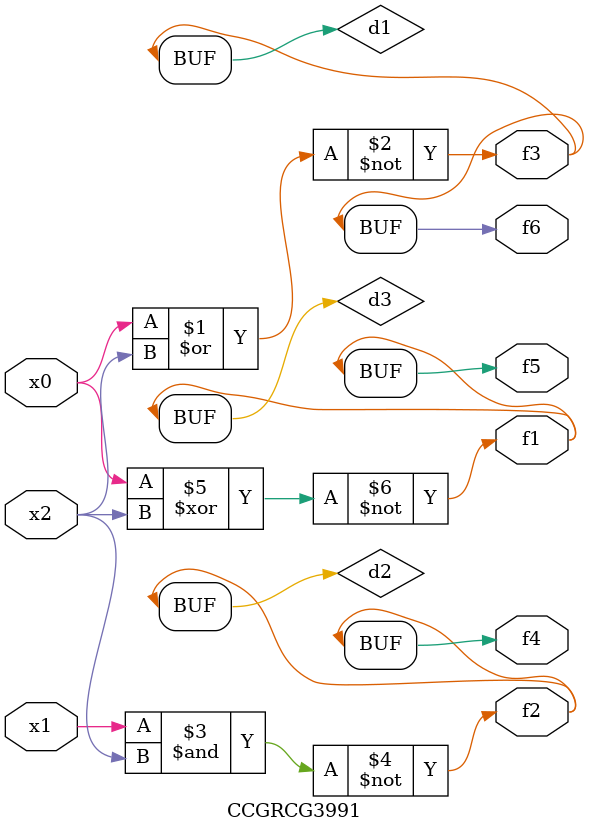
<source format=v>
module CCGRCG3991(
	input x0, x1, x2,
	output f1, f2, f3, f4, f5, f6
);

	wire d1, d2, d3;

	nor (d1, x0, x2);
	nand (d2, x1, x2);
	xnor (d3, x0, x2);
	assign f1 = d3;
	assign f2 = d2;
	assign f3 = d1;
	assign f4 = d2;
	assign f5 = d3;
	assign f6 = d1;
endmodule

</source>
